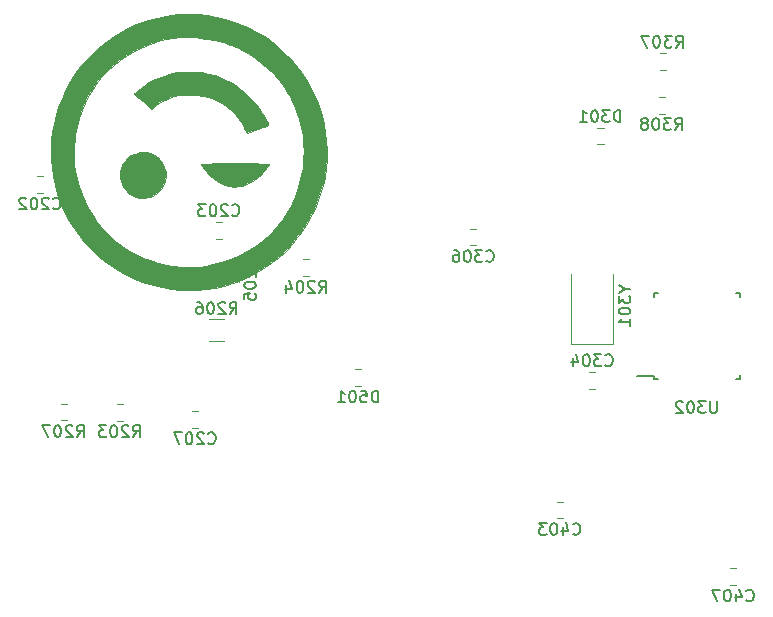
<source format=gbr>
G04 #@! TF.GenerationSoftware,KiCad,Pcbnew,(5.1.6)-1*
G04 #@! TF.CreationDate,2020-10-15T22:30:15-04:00*
G04 #@! TF.ProjectId,electronique_drone,656c6563-7472-46f6-9e69-7175655f6472,3*
G04 #@! TF.SameCoordinates,Original*
G04 #@! TF.FileFunction,Legend,Bot*
G04 #@! TF.FilePolarity,Positive*
%FSLAX46Y46*%
G04 Gerber Fmt 4.6, Leading zero omitted, Abs format (unit mm)*
G04 Created by KiCad (PCBNEW (5.1.6)-1) date 2020-10-15 22:30:15*
%MOMM*%
%LPD*%
G01*
G04 APERTURE LIST*
%ADD10C,0.010000*%
%ADD11C,0.120000*%
%ADD12C,0.150000*%
G04 APERTURE END LIST*
D10*
G36*
X87731350Y-81873688D02*
G01*
X88085396Y-81809874D01*
X88437951Y-81695313D01*
X88789064Y-81529991D01*
X89074895Y-81357237D01*
X89193048Y-81270643D01*
X89333554Y-81154957D01*
X89485998Y-81019906D01*
X89639963Y-80875217D01*
X89785036Y-80730617D01*
X89910802Y-80595834D01*
X89989051Y-80503453D01*
X90060438Y-80411020D01*
X90136385Y-80308262D01*
X90210749Y-80204056D01*
X90277388Y-80107276D01*
X90330157Y-80026798D01*
X90362914Y-79971498D01*
X90370660Y-79952138D01*
X90345789Y-79949411D01*
X90273297Y-79946789D01*
X90156361Y-79944293D01*
X89998158Y-79941947D01*
X89801868Y-79939773D01*
X89570667Y-79937794D01*
X89307735Y-79936032D01*
X89016248Y-79934512D01*
X88699385Y-79933255D01*
X88360323Y-79932285D01*
X88002241Y-79931624D01*
X87628317Y-79931294D01*
X87462360Y-79931260D01*
X87028953Y-79931461D01*
X86623080Y-79932050D01*
X86246910Y-79933012D01*
X85902613Y-79934327D01*
X85592358Y-79935980D01*
X85318315Y-79937952D01*
X85082654Y-79940227D01*
X84887544Y-79942787D01*
X84735155Y-79945614D01*
X84627656Y-79948692D01*
X84567218Y-79952002D01*
X84554060Y-79954533D01*
X84569159Y-79992294D01*
X84610816Y-80061805D01*
X84673572Y-80155379D01*
X84751965Y-80265327D01*
X84840535Y-80383961D01*
X84933821Y-80503592D01*
X85012518Y-80600049D01*
X85295938Y-80906993D01*
X85600862Y-81177138D01*
X85922970Y-81407792D01*
X86257938Y-81596266D01*
X86601445Y-81739867D01*
X86949168Y-81835905D01*
X87018578Y-81849123D01*
X87375761Y-81886767D01*
X87731350Y-81873688D01*
G37*
X87731350Y-81873688D02*
X88085396Y-81809874D01*
X88437951Y-81695313D01*
X88789064Y-81529991D01*
X89074895Y-81357237D01*
X89193048Y-81270643D01*
X89333554Y-81154957D01*
X89485998Y-81019906D01*
X89639963Y-80875217D01*
X89785036Y-80730617D01*
X89910802Y-80595834D01*
X89989051Y-80503453D01*
X90060438Y-80411020D01*
X90136385Y-80308262D01*
X90210749Y-80204056D01*
X90277388Y-80107276D01*
X90330157Y-80026798D01*
X90362914Y-79971498D01*
X90370660Y-79952138D01*
X90345789Y-79949411D01*
X90273297Y-79946789D01*
X90156361Y-79944293D01*
X89998158Y-79941947D01*
X89801868Y-79939773D01*
X89570667Y-79937794D01*
X89307735Y-79936032D01*
X89016248Y-79934512D01*
X88699385Y-79933255D01*
X88360323Y-79932285D01*
X88002241Y-79931624D01*
X87628317Y-79931294D01*
X87462360Y-79931260D01*
X87028953Y-79931461D01*
X86623080Y-79932050D01*
X86246910Y-79933012D01*
X85902613Y-79934327D01*
X85592358Y-79935980D01*
X85318315Y-79937952D01*
X85082654Y-79940227D01*
X84887544Y-79942787D01*
X84735155Y-79945614D01*
X84627656Y-79948692D01*
X84567218Y-79952002D01*
X84554060Y-79954533D01*
X84569159Y-79992294D01*
X84610816Y-80061805D01*
X84673572Y-80155379D01*
X84751965Y-80265327D01*
X84840535Y-80383961D01*
X84933821Y-80503592D01*
X85012518Y-80600049D01*
X85295938Y-80906993D01*
X85600862Y-81177138D01*
X85922970Y-81407792D01*
X86257938Y-81596266D01*
X86601445Y-81739867D01*
X86949168Y-81835905D01*
X87018578Y-81849123D01*
X87375761Y-81886767D01*
X87731350Y-81873688D01*
G36*
X79766578Y-82846966D02*
G01*
X79775003Y-82846641D01*
X80071934Y-82814950D01*
X80343398Y-82742765D01*
X80595300Y-82627452D01*
X80833546Y-82466375D01*
X81038338Y-82282939D01*
X81235398Y-82059400D01*
X81388548Y-81824140D01*
X81504673Y-81566272D01*
X81521446Y-81518760D01*
X81570035Y-81327464D01*
X81599064Y-81107313D01*
X81607658Y-80876688D01*
X81594945Y-80653971D01*
X81569868Y-80498430D01*
X81491328Y-80239381D01*
X81373790Y-79984135D01*
X81225118Y-79746833D01*
X81053172Y-79541618D01*
X81019436Y-79508297D01*
X80785113Y-79318108D01*
X80523812Y-79166742D01*
X80242674Y-79056244D01*
X79948843Y-78988663D01*
X79649462Y-78966043D01*
X79351676Y-78990434D01*
X79267666Y-79006370D01*
X78972404Y-79094930D01*
X78698396Y-79226935D01*
X78449810Y-79398195D01*
X78230811Y-79604519D01*
X78045567Y-79841717D01*
X77898246Y-80105597D01*
X77793013Y-80391971D01*
X77761791Y-80520740D01*
X77723082Y-80828680D01*
X77732811Y-81131066D01*
X77788630Y-81423540D01*
X77888190Y-81701748D01*
X78029145Y-81961332D01*
X78209145Y-82197938D01*
X78425844Y-82407209D01*
X78676892Y-82584790D01*
X78948014Y-82721400D01*
X79133224Y-82786996D01*
X79321603Y-82828308D01*
X79527829Y-82847557D01*
X79766578Y-82846966D01*
G37*
X79766578Y-82846966D02*
X79775003Y-82846641D01*
X80071934Y-82814950D01*
X80343398Y-82742765D01*
X80595300Y-82627452D01*
X80833546Y-82466375D01*
X81038338Y-82282939D01*
X81235398Y-82059400D01*
X81388548Y-81824140D01*
X81504673Y-81566272D01*
X81521446Y-81518760D01*
X81570035Y-81327464D01*
X81599064Y-81107313D01*
X81607658Y-80876688D01*
X81594945Y-80653971D01*
X81569868Y-80498430D01*
X81491328Y-80239381D01*
X81373790Y-79984135D01*
X81225118Y-79746833D01*
X81053172Y-79541618D01*
X81019436Y-79508297D01*
X80785113Y-79318108D01*
X80523812Y-79166742D01*
X80242674Y-79056244D01*
X79948843Y-78988663D01*
X79649462Y-78966043D01*
X79351676Y-78990434D01*
X79267666Y-79006370D01*
X78972404Y-79094930D01*
X78698396Y-79226935D01*
X78449810Y-79398195D01*
X78230811Y-79604519D01*
X78045567Y-79841717D01*
X77898246Y-80105597D01*
X77793013Y-80391971D01*
X77761791Y-80520740D01*
X77723082Y-80828680D01*
X77732811Y-81131066D01*
X77788630Y-81423540D01*
X77888190Y-81701748D01*
X78029145Y-81961332D01*
X78209145Y-82197938D01*
X78425844Y-82407209D01*
X78676892Y-82584790D01*
X78948014Y-82721400D01*
X79133224Y-82786996D01*
X79321603Y-82828308D01*
X79527829Y-82847557D01*
X79766578Y-82846966D01*
G36*
X89390691Y-77027540D02*
G01*
X89592602Y-76953042D01*
X89779548Y-76883504D01*
X89946144Y-76820971D01*
X90087003Y-76767491D01*
X90196738Y-76725109D01*
X90269964Y-76695872D01*
X90301294Y-76681825D01*
X90301840Y-76681408D01*
X90301255Y-76649360D01*
X90276597Y-76580581D01*
X90231233Y-76481095D01*
X90168525Y-76356925D01*
X90091838Y-76214096D01*
X90004538Y-76058630D01*
X89909988Y-75896550D01*
X89811552Y-75733881D01*
X89712597Y-75576645D01*
X89616485Y-75430867D01*
X89549138Y-75333860D01*
X89160038Y-74827588D01*
X88744849Y-74362527D01*
X88304949Y-73939504D01*
X87841715Y-73559346D01*
X87356525Y-73222879D01*
X86850757Y-72930929D01*
X86325788Y-72684323D01*
X85782997Y-72483888D01*
X85223761Y-72330450D01*
X84649458Y-72224835D01*
X84300060Y-72184929D01*
X84196073Y-72178021D01*
X84059145Y-72172291D01*
X83898968Y-72167809D01*
X83725235Y-72164648D01*
X83547637Y-72162879D01*
X83375867Y-72162575D01*
X83219617Y-72163806D01*
X83088579Y-72166646D01*
X82992445Y-72171165D01*
X82953860Y-72174951D01*
X82900343Y-72182091D01*
X82812153Y-72193253D01*
X82705056Y-72206454D01*
X82661760Y-72211704D01*
X82174130Y-72293814D01*
X81680027Y-72421837D01*
X81186669Y-72592763D01*
X80701271Y-72803586D01*
X80231050Y-73051295D01*
X79783221Y-73332884D01*
X79524860Y-73519445D01*
X79414862Y-73605575D01*
X79302814Y-73697503D01*
X79195247Y-73789363D01*
X79098693Y-73875291D01*
X79019683Y-73949420D01*
X78964749Y-74005887D01*
X78940422Y-74038825D01*
X78940660Y-74044043D01*
X78962011Y-74062740D01*
X79017324Y-74111146D01*
X79102325Y-74185524D01*
X79212743Y-74282136D01*
X79344303Y-74397243D01*
X79492734Y-74527106D01*
X79653762Y-74667987D01*
X79672197Y-74684115D01*
X80391034Y-75313004D01*
X80510622Y-75201143D01*
X80812533Y-74951148D01*
X81152835Y-74727958D01*
X81525130Y-74534408D01*
X81923020Y-74373331D01*
X82340106Y-74247563D01*
X82769991Y-74159939D01*
X82903060Y-74141189D01*
X83035596Y-74129179D01*
X83205898Y-74120730D01*
X83401058Y-74115854D01*
X83608167Y-74114567D01*
X83814313Y-74116884D01*
X84006589Y-74122817D01*
X84172085Y-74132382D01*
X84251605Y-74139697D01*
X84745043Y-74217695D01*
X85227283Y-74340250D01*
X85691605Y-74505120D01*
X86131291Y-74710062D01*
X86377202Y-74849334D01*
X86754738Y-75106006D01*
X87116302Y-75405597D01*
X87455678Y-75741172D01*
X87766649Y-76105794D01*
X88042999Y-76492530D01*
X88278511Y-76894442D01*
X88363319Y-77065180D01*
X88499623Y-77355023D01*
X89390691Y-77027540D01*
G37*
X89390691Y-77027540D02*
X89592602Y-76953042D01*
X89779548Y-76883504D01*
X89946144Y-76820971D01*
X90087003Y-76767491D01*
X90196738Y-76725109D01*
X90269964Y-76695872D01*
X90301294Y-76681825D01*
X90301840Y-76681408D01*
X90301255Y-76649360D01*
X90276597Y-76580581D01*
X90231233Y-76481095D01*
X90168525Y-76356925D01*
X90091838Y-76214096D01*
X90004538Y-76058630D01*
X89909988Y-75896550D01*
X89811552Y-75733881D01*
X89712597Y-75576645D01*
X89616485Y-75430867D01*
X89549138Y-75333860D01*
X89160038Y-74827588D01*
X88744849Y-74362527D01*
X88304949Y-73939504D01*
X87841715Y-73559346D01*
X87356525Y-73222879D01*
X86850757Y-72930929D01*
X86325788Y-72684323D01*
X85782997Y-72483888D01*
X85223761Y-72330450D01*
X84649458Y-72224835D01*
X84300060Y-72184929D01*
X84196073Y-72178021D01*
X84059145Y-72172291D01*
X83898968Y-72167809D01*
X83725235Y-72164648D01*
X83547637Y-72162879D01*
X83375867Y-72162575D01*
X83219617Y-72163806D01*
X83088579Y-72166646D01*
X82992445Y-72171165D01*
X82953860Y-72174951D01*
X82900343Y-72182091D01*
X82812153Y-72193253D01*
X82705056Y-72206454D01*
X82661760Y-72211704D01*
X82174130Y-72293814D01*
X81680027Y-72421837D01*
X81186669Y-72592763D01*
X80701271Y-72803586D01*
X80231050Y-73051295D01*
X79783221Y-73332884D01*
X79524860Y-73519445D01*
X79414862Y-73605575D01*
X79302814Y-73697503D01*
X79195247Y-73789363D01*
X79098693Y-73875291D01*
X79019683Y-73949420D01*
X78964749Y-74005887D01*
X78940422Y-74038825D01*
X78940660Y-74044043D01*
X78962011Y-74062740D01*
X79017324Y-74111146D01*
X79102325Y-74185524D01*
X79212743Y-74282136D01*
X79344303Y-74397243D01*
X79492734Y-74527106D01*
X79653762Y-74667987D01*
X79672197Y-74684115D01*
X80391034Y-75313004D01*
X80510622Y-75201143D01*
X80812533Y-74951148D01*
X81152835Y-74727958D01*
X81525130Y-74534408D01*
X81923020Y-74373331D01*
X82340106Y-74247563D01*
X82769991Y-74159939D01*
X82903060Y-74141189D01*
X83035596Y-74129179D01*
X83205898Y-74120730D01*
X83401058Y-74115854D01*
X83608167Y-74114567D01*
X83814313Y-74116884D01*
X84006589Y-74122817D01*
X84172085Y-74132382D01*
X84251605Y-74139697D01*
X84745043Y-74217695D01*
X85227283Y-74340250D01*
X85691605Y-74505120D01*
X86131291Y-74710062D01*
X86377202Y-74849334D01*
X86754738Y-75106006D01*
X87116302Y-75405597D01*
X87455678Y-75741172D01*
X87766649Y-76105794D01*
X88042999Y-76492530D01*
X88278511Y-76894442D01*
X88363319Y-77065180D01*
X88499623Y-77355023D01*
X89390691Y-77027540D01*
G36*
X84284061Y-90630674D02*
G01*
X85032883Y-90560487D01*
X85778899Y-90441611D01*
X86519782Y-90273664D01*
X87253202Y-90056267D01*
X87268376Y-90051213D01*
X87981164Y-89786734D01*
X88673861Y-89476613D01*
X89344127Y-89122628D01*
X89989625Y-88726558D01*
X90608016Y-88290182D01*
X91196963Y-87815278D01*
X91754127Y-87303625D01*
X92277170Y-86757001D01*
X92763754Y-86177186D01*
X93211541Y-85565957D01*
X93261406Y-85492299D01*
X93491600Y-85132357D01*
X93720272Y-84742636D01*
X93940182Y-84336905D01*
X94144088Y-83928936D01*
X94324749Y-83532500D01*
X94442608Y-83245960D01*
X94697993Y-82521438D01*
X94904723Y-81786551D01*
X95062902Y-81043703D01*
X95172638Y-80295296D01*
X95234036Y-79543736D01*
X95247202Y-78791425D01*
X95212242Y-78040768D01*
X95129262Y-77294167D01*
X94998369Y-76554026D01*
X94819667Y-75822750D01*
X94593263Y-75102741D01*
X94319263Y-74396403D01*
X94024410Y-73759060D01*
X93748050Y-73233184D01*
X93462922Y-72746022D01*
X93162035Y-72287899D01*
X92838395Y-71849141D01*
X92485011Y-71420074D01*
X92094890Y-70991023D01*
X91820126Y-70709394D01*
X91385945Y-70291830D01*
X90957995Y-69915518D01*
X90526602Y-69573468D01*
X90082093Y-69258686D01*
X89614792Y-68964179D01*
X89115025Y-68682956D01*
X88770460Y-68505110D01*
X88076036Y-68185502D01*
X87367144Y-67914212D01*
X86642807Y-67690972D01*
X85902053Y-67515516D01*
X85143904Y-67387575D01*
X84414360Y-67310385D01*
X84257477Y-67301432D01*
X84061886Y-67294981D01*
X83839620Y-67291041D01*
X83602709Y-67289620D01*
X83363186Y-67290727D01*
X83133080Y-67294370D01*
X82924425Y-67300557D01*
X82750660Y-67309207D01*
X82013866Y-67381943D01*
X81279810Y-67504051D01*
X80552300Y-67674112D01*
X79835145Y-67890711D01*
X79132151Y-68152429D01*
X78447129Y-68457850D01*
X77783886Y-68805555D01*
X77146231Y-69194129D01*
X76540360Y-69620350D01*
X76119620Y-69955603D01*
X75696997Y-70326047D01*
X75286519Y-70718633D01*
X74902216Y-71120309D01*
X74773732Y-71263765D01*
X74289956Y-71851982D01*
X73848955Y-72466022D01*
X73451183Y-73103601D01*
X73097098Y-73762437D01*
X72787157Y-74440247D01*
X72521814Y-75134748D01*
X72301528Y-75843659D01*
X72126754Y-76564695D01*
X71997948Y-77295575D01*
X71915567Y-78034016D01*
X71880068Y-78777736D01*
X71886355Y-79174329D01*
X73835104Y-79174329D01*
X73844760Y-78479077D01*
X73903058Y-77780469D01*
X73950881Y-77429440D01*
X74081321Y-76747082D01*
X74259285Y-76079989D01*
X74483275Y-75430400D01*
X74751795Y-74800550D01*
X75063347Y-74192676D01*
X75416432Y-73609017D01*
X75809552Y-73051807D01*
X76241211Y-72523285D01*
X76709910Y-72025687D01*
X77214152Y-71561250D01*
X77752438Y-71132210D01*
X78323272Y-70740805D01*
X78504524Y-70628716D01*
X79075709Y-70311790D01*
X79675619Y-70031423D01*
X80297305Y-69789862D01*
X80933814Y-69589357D01*
X81578196Y-69432156D01*
X82223500Y-69320508D01*
X82712560Y-69267321D01*
X82935145Y-69253941D01*
X83193349Y-69245732D01*
X83472260Y-69242625D01*
X83756967Y-69244548D01*
X84032560Y-69251432D01*
X84284128Y-69263204D01*
X84452460Y-69275589D01*
X85124017Y-69357697D01*
X85778493Y-69483225D01*
X86424346Y-69654164D01*
X87070037Y-69872506D01*
X87202647Y-69923106D01*
X87364506Y-69990337D01*
X87558355Y-70077754D01*
X87772541Y-70179545D01*
X87995411Y-70289900D01*
X88215310Y-70403008D01*
X88420585Y-70513058D01*
X88599582Y-70614239D01*
X88656160Y-70647868D01*
X89191561Y-70999326D01*
X89710309Y-71394957D01*
X90207048Y-71829407D01*
X90676423Y-72297322D01*
X91113080Y-72793347D01*
X91511663Y-73312128D01*
X91866817Y-73848311D01*
X91882055Y-73873360D01*
X91982743Y-74047704D01*
X92095092Y-74256075D01*
X92213447Y-74486813D01*
X92332153Y-74728259D01*
X92445554Y-74968751D01*
X92547994Y-75196631D01*
X92633819Y-75400237D01*
X92678658Y-75515775D01*
X92897669Y-76179193D01*
X93068419Y-76852879D01*
X93191168Y-77534002D01*
X93266174Y-78219732D01*
X93293696Y-78907240D01*
X93273992Y-79593696D01*
X93207321Y-80276269D01*
X93093942Y-80952130D01*
X92934113Y-81618448D01*
X92728094Y-82272394D01*
X92476142Y-82911138D01*
X92178517Y-83531850D01*
X91900804Y-84024996D01*
X91521447Y-84605396D01*
X91103749Y-85153737D01*
X90649954Y-85668519D01*
X90162302Y-86148241D01*
X89643036Y-86591401D01*
X89094397Y-86996499D01*
X88518629Y-87362032D01*
X87917973Y-87686500D01*
X87294670Y-87968401D01*
X86650964Y-88206234D01*
X85989096Y-88398499D01*
X85311307Y-88543693D01*
X85100080Y-88578639D01*
X84393624Y-88662573D01*
X83690634Y-88696857D01*
X82993248Y-88682171D01*
X82303603Y-88619196D01*
X81623839Y-88508611D01*
X80956092Y-88351097D01*
X80302500Y-88147333D01*
X79665203Y-87898001D01*
X79046337Y-87603780D01*
X78448040Y-87265350D01*
X77872452Y-86883392D01*
X77321709Y-86458585D01*
X76797949Y-85991611D01*
X76714591Y-85910868D01*
X76241037Y-85411699D01*
X75807482Y-84882647D01*
X75414712Y-84326123D01*
X75063512Y-83744539D01*
X74754670Y-83140306D01*
X74488969Y-82515836D01*
X74267197Y-81873540D01*
X74090138Y-81215830D01*
X73958579Y-80545117D01*
X73873306Y-79863813D01*
X73835104Y-79174329D01*
X71886355Y-79174329D01*
X71891907Y-79524451D01*
X71951539Y-80271879D01*
X72059422Y-81017738D01*
X72216012Y-81759744D01*
X72421766Y-82495616D01*
X72487541Y-82698135D01*
X72752119Y-83408933D01*
X73062735Y-84099987D01*
X73417705Y-84768962D01*
X73815342Y-85413520D01*
X74253961Y-86031325D01*
X74731875Y-86620041D01*
X75247400Y-87177331D01*
X75798849Y-87700859D01*
X76384536Y-88188287D01*
X76527660Y-88297870D01*
X77153693Y-88738192D01*
X77802529Y-89134004D01*
X78471841Y-89484927D01*
X79159299Y-89790580D01*
X79862576Y-90050583D01*
X80579344Y-90264556D01*
X81307274Y-90432119D01*
X82044039Y-90552893D01*
X82787311Y-90626497D01*
X83534761Y-90652549D01*
X84284061Y-90630674D01*
G37*
X84284061Y-90630674D02*
X85032883Y-90560487D01*
X85778899Y-90441611D01*
X86519782Y-90273664D01*
X87253202Y-90056267D01*
X87268376Y-90051213D01*
X87981164Y-89786734D01*
X88673861Y-89476613D01*
X89344127Y-89122628D01*
X89989625Y-88726558D01*
X90608016Y-88290182D01*
X91196963Y-87815278D01*
X91754127Y-87303625D01*
X92277170Y-86757001D01*
X92763754Y-86177186D01*
X93211541Y-85565957D01*
X93261406Y-85492299D01*
X93491600Y-85132357D01*
X93720272Y-84742636D01*
X93940182Y-84336905D01*
X94144088Y-83928936D01*
X94324749Y-83532500D01*
X94442608Y-83245960D01*
X94697993Y-82521438D01*
X94904723Y-81786551D01*
X95062902Y-81043703D01*
X95172638Y-80295296D01*
X95234036Y-79543736D01*
X95247202Y-78791425D01*
X95212242Y-78040768D01*
X95129262Y-77294167D01*
X94998369Y-76554026D01*
X94819667Y-75822750D01*
X94593263Y-75102741D01*
X94319263Y-74396403D01*
X94024410Y-73759060D01*
X93748050Y-73233184D01*
X93462922Y-72746022D01*
X93162035Y-72287899D01*
X92838395Y-71849141D01*
X92485011Y-71420074D01*
X92094890Y-70991023D01*
X91820126Y-70709394D01*
X91385945Y-70291830D01*
X90957995Y-69915518D01*
X90526602Y-69573468D01*
X90082093Y-69258686D01*
X89614792Y-68964179D01*
X89115025Y-68682956D01*
X88770460Y-68505110D01*
X88076036Y-68185502D01*
X87367144Y-67914212D01*
X86642807Y-67690972D01*
X85902053Y-67515516D01*
X85143904Y-67387575D01*
X84414360Y-67310385D01*
X84257477Y-67301432D01*
X84061886Y-67294981D01*
X83839620Y-67291041D01*
X83602709Y-67289620D01*
X83363186Y-67290727D01*
X83133080Y-67294370D01*
X82924425Y-67300557D01*
X82750660Y-67309207D01*
X82013866Y-67381943D01*
X81279810Y-67504051D01*
X80552300Y-67674112D01*
X79835145Y-67890711D01*
X79132151Y-68152429D01*
X78447129Y-68457850D01*
X77783886Y-68805555D01*
X77146231Y-69194129D01*
X76540360Y-69620350D01*
X76119620Y-69955603D01*
X75696997Y-70326047D01*
X75286519Y-70718633D01*
X74902216Y-71120309D01*
X74773732Y-71263765D01*
X74289956Y-71851982D01*
X73848955Y-72466022D01*
X73451183Y-73103601D01*
X73097098Y-73762437D01*
X72787157Y-74440247D01*
X72521814Y-75134748D01*
X72301528Y-75843659D01*
X72126754Y-76564695D01*
X71997948Y-77295575D01*
X71915567Y-78034016D01*
X71880068Y-78777736D01*
X71886355Y-79174329D01*
X73835104Y-79174329D01*
X73844760Y-78479077D01*
X73903058Y-77780469D01*
X73950881Y-77429440D01*
X74081321Y-76747082D01*
X74259285Y-76079989D01*
X74483275Y-75430400D01*
X74751795Y-74800550D01*
X75063347Y-74192676D01*
X75416432Y-73609017D01*
X75809552Y-73051807D01*
X76241211Y-72523285D01*
X76709910Y-72025687D01*
X77214152Y-71561250D01*
X77752438Y-71132210D01*
X78323272Y-70740805D01*
X78504524Y-70628716D01*
X79075709Y-70311790D01*
X79675619Y-70031423D01*
X80297305Y-69789862D01*
X80933814Y-69589357D01*
X81578196Y-69432156D01*
X82223500Y-69320508D01*
X82712560Y-69267321D01*
X82935145Y-69253941D01*
X83193349Y-69245732D01*
X83472260Y-69242625D01*
X83756967Y-69244548D01*
X84032560Y-69251432D01*
X84284128Y-69263204D01*
X84452460Y-69275589D01*
X85124017Y-69357697D01*
X85778493Y-69483225D01*
X86424346Y-69654164D01*
X87070037Y-69872506D01*
X87202647Y-69923106D01*
X87364506Y-69990337D01*
X87558355Y-70077754D01*
X87772541Y-70179545D01*
X87995411Y-70289900D01*
X88215310Y-70403008D01*
X88420585Y-70513058D01*
X88599582Y-70614239D01*
X88656160Y-70647868D01*
X89191561Y-70999326D01*
X89710309Y-71394957D01*
X90207048Y-71829407D01*
X90676423Y-72297322D01*
X91113080Y-72793347D01*
X91511663Y-73312128D01*
X91866817Y-73848311D01*
X91882055Y-73873360D01*
X91982743Y-74047704D01*
X92095092Y-74256075D01*
X92213447Y-74486813D01*
X92332153Y-74728259D01*
X92445554Y-74968751D01*
X92547994Y-75196631D01*
X92633819Y-75400237D01*
X92678658Y-75515775D01*
X92897669Y-76179193D01*
X93068419Y-76852879D01*
X93191168Y-77534002D01*
X93266174Y-78219732D01*
X93293696Y-78907240D01*
X93273992Y-79593696D01*
X93207321Y-80276269D01*
X93093942Y-80952130D01*
X92934113Y-81618448D01*
X92728094Y-82272394D01*
X92476142Y-82911138D01*
X92178517Y-83531850D01*
X91900804Y-84024996D01*
X91521447Y-84605396D01*
X91103749Y-85153737D01*
X90649954Y-85668519D01*
X90162302Y-86148241D01*
X89643036Y-86591401D01*
X89094397Y-86996499D01*
X88518629Y-87362032D01*
X87917973Y-87686500D01*
X87294670Y-87968401D01*
X86650964Y-88206234D01*
X85989096Y-88398499D01*
X85311307Y-88543693D01*
X85100080Y-88578639D01*
X84393624Y-88662573D01*
X83690634Y-88696857D01*
X82993248Y-88682171D01*
X82303603Y-88619196D01*
X81623839Y-88508611D01*
X80956092Y-88351097D01*
X80302500Y-88147333D01*
X79665203Y-87898001D01*
X79046337Y-87603780D01*
X78448040Y-87265350D01*
X77872452Y-86883392D01*
X77321709Y-86458585D01*
X76797949Y-85991611D01*
X76714591Y-85910868D01*
X76241037Y-85411699D01*
X75807482Y-84882647D01*
X75414712Y-84326123D01*
X75063512Y-83744539D01*
X74754670Y-83140306D01*
X74488969Y-82515836D01*
X74267197Y-81873540D01*
X74090138Y-81215830D01*
X73958579Y-80545117D01*
X73873306Y-79863813D01*
X73835104Y-79174329D01*
X71886355Y-79174329D01*
X71891907Y-79524451D01*
X71951539Y-80271879D01*
X72059422Y-81017738D01*
X72216012Y-81759744D01*
X72421766Y-82495616D01*
X72487541Y-82698135D01*
X72752119Y-83408933D01*
X73062735Y-84099987D01*
X73417705Y-84768962D01*
X73815342Y-85413520D01*
X74253961Y-86031325D01*
X74731875Y-86620041D01*
X75247400Y-87177331D01*
X75798849Y-87700859D01*
X76384536Y-88188287D01*
X76527660Y-88297870D01*
X77153693Y-88738192D01*
X77802529Y-89134004D01*
X78471841Y-89484927D01*
X79159299Y-89790580D01*
X79862576Y-90050583D01*
X80579344Y-90264556D01*
X81307274Y-90432119D01*
X82044039Y-90552893D01*
X82787311Y-90626497D01*
X83534761Y-90652549D01*
X84284061Y-90630674D01*
D11*
X70691242Y-82429420D02*
X71208398Y-82429420D01*
X70691242Y-81009420D02*
X71208398Y-81009420D01*
X86362038Y-86297840D02*
X85844882Y-86297840D01*
X86362038Y-84877840D02*
X85844882Y-84877840D01*
X83828122Y-102310000D02*
X84345278Y-102310000D01*
X83828122Y-100890000D02*
X84345278Y-100890000D01*
X117972338Y-98997840D02*
X117455182Y-98997840D01*
X117972338Y-97577840D02*
X117455182Y-97577840D01*
X107885758Y-86864260D02*
X107368602Y-86864260D01*
X107885758Y-85444260D02*
X107368602Y-85444260D01*
X114711742Y-109978260D02*
X115228898Y-109978260D01*
X114711742Y-108558260D02*
X115228898Y-108558260D01*
X129395962Y-115619600D02*
X129913118Y-115619600D01*
X129395962Y-114199600D02*
X129913118Y-114199600D01*
X118680998Y-78322240D02*
X118163842Y-78322240D01*
X118680998Y-76902240D02*
X118163842Y-76902240D01*
X97655882Y-97354320D02*
X98173038Y-97354320D01*
X97655882Y-98774320D02*
X98173038Y-98774320D01*
X77447642Y-101708020D02*
X77964798Y-101708020D01*
X77447642Y-100288020D02*
X77964798Y-100288020D01*
X93210882Y-88057920D02*
X93728038Y-88057920D01*
X93210882Y-89477920D02*
X93728038Y-89477920D01*
X87839620Y-90001858D02*
X87839620Y-89484702D01*
X86419620Y-90001858D02*
X86419620Y-89484702D01*
X86512484Y-93128420D02*
X85308356Y-93128420D01*
X86512484Y-94948420D02*
X85308356Y-94948420D01*
X72703162Y-100275320D02*
X73220318Y-100275320D01*
X72703162Y-101695320D02*
X73220318Y-101695320D01*
X123933718Y-70613200D02*
X123416562Y-70613200D01*
X123933718Y-72033200D02*
X123416562Y-72033200D01*
X123347742Y-74286040D02*
X123864898Y-74286040D01*
X123347742Y-75706040D02*
X123864898Y-75706040D01*
D12*
X122940660Y-98173960D02*
X122940660Y-97948960D01*
X130190660Y-98173960D02*
X130190660Y-97848960D01*
X130190660Y-90923960D02*
X130190660Y-91248960D01*
X122940660Y-90923960D02*
X122940660Y-91248960D01*
X122940660Y-98173960D02*
X123265660Y-98173960D01*
X122940660Y-90923960D02*
X123265660Y-90923960D01*
X130190660Y-90923960D02*
X129865660Y-90923960D01*
X130190660Y-98173960D02*
X129865660Y-98173960D01*
X122940660Y-97948960D02*
X121515660Y-97948960D01*
D11*
X119501060Y-89288640D02*
X119501060Y-95188640D01*
X119501060Y-95188640D02*
X115901060Y-95188640D01*
X115901060Y-95188640D02*
X115901060Y-89288640D01*
D12*
X72068867Y-83726562D02*
X72116486Y-83774181D01*
X72259343Y-83821800D01*
X72354581Y-83821800D01*
X72497439Y-83774181D01*
X72592677Y-83678943D01*
X72640296Y-83583705D01*
X72687915Y-83393229D01*
X72687915Y-83250372D01*
X72640296Y-83059896D01*
X72592677Y-82964658D01*
X72497439Y-82869420D01*
X72354581Y-82821800D01*
X72259343Y-82821800D01*
X72116486Y-82869420D01*
X72068867Y-82917039D01*
X71687915Y-82917039D02*
X71640296Y-82869420D01*
X71545058Y-82821800D01*
X71306962Y-82821800D01*
X71211724Y-82869420D01*
X71164105Y-82917039D01*
X71116486Y-83012277D01*
X71116486Y-83107515D01*
X71164105Y-83250372D01*
X71735534Y-83821800D01*
X71116486Y-83821800D01*
X70497439Y-82821800D02*
X70402200Y-82821800D01*
X70306962Y-82869420D01*
X70259343Y-82917039D01*
X70211724Y-83012277D01*
X70164105Y-83202753D01*
X70164105Y-83440848D01*
X70211724Y-83631324D01*
X70259343Y-83726562D01*
X70306962Y-83774181D01*
X70402200Y-83821800D01*
X70497439Y-83821800D01*
X70592677Y-83774181D01*
X70640296Y-83726562D01*
X70687915Y-83631324D01*
X70735534Y-83440848D01*
X70735534Y-83202753D01*
X70687915Y-83012277D01*
X70640296Y-82917039D01*
X70592677Y-82869420D01*
X70497439Y-82821800D01*
X69783153Y-82917039D02*
X69735534Y-82869420D01*
X69640296Y-82821800D01*
X69402200Y-82821800D01*
X69306962Y-82869420D01*
X69259343Y-82917039D01*
X69211724Y-83012277D01*
X69211724Y-83107515D01*
X69259343Y-83250372D01*
X69830772Y-83821800D01*
X69211724Y-83821800D01*
X87222507Y-84294982D02*
X87270126Y-84342601D01*
X87412983Y-84390220D01*
X87508221Y-84390220D01*
X87651079Y-84342601D01*
X87746317Y-84247363D01*
X87793936Y-84152125D01*
X87841555Y-83961649D01*
X87841555Y-83818792D01*
X87793936Y-83628316D01*
X87746317Y-83533078D01*
X87651079Y-83437840D01*
X87508221Y-83390220D01*
X87412983Y-83390220D01*
X87270126Y-83437840D01*
X87222507Y-83485459D01*
X86841555Y-83485459D02*
X86793936Y-83437840D01*
X86698698Y-83390220D01*
X86460602Y-83390220D01*
X86365364Y-83437840D01*
X86317745Y-83485459D01*
X86270126Y-83580697D01*
X86270126Y-83675935D01*
X86317745Y-83818792D01*
X86889174Y-84390220D01*
X86270126Y-84390220D01*
X85651079Y-83390220D02*
X85555840Y-83390220D01*
X85460602Y-83437840D01*
X85412983Y-83485459D01*
X85365364Y-83580697D01*
X85317745Y-83771173D01*
X85317745Y-84009268D01*
X85365364Y-84199744D01*
X85412983Y-84294982D01*
X85460602Y-84342601D01*
X85555840Y-84390220D01*
X85651079Y-84390220D01*
X85746317Y-84342601D01*
X85793936Y-84294982D01*
X85841555Y-84199744D01*
X85889174Y-84009268D01*
X85889174Y-83771173D01*
X85841555Y-83580697D01*
X85793936Y-83485459D01*
X85746317Y-83437840D01*
X85651079Y-83390220D01*
X84984412Y-83390220D02*
X84365364Y-83390220D01*
X84698698Y-83771173D01*
X84555840Y-83771173D01*
X84460602Y-83818792D01*
X84412983Y-83866411D01*
X84365364Y-83961649D01*
X84365364Y-84199744D01*
X84412983Y-84294982D01*
X84460602Y-84342601D01*
X84555840Y-84390220D01*
X84841555Y-84390220D01*
X84936793Y-84342601D01*
X84984412Y-84294982D01*
X85205747Y-103607142D02*
X85253366Y-103654761D01*
X85396223Y-103702380D01*
X85491461Y-103702380D01*
X85634319Y-103654761D01*
X85729557Y-103559523D01*
X85777176Y-103464285D01*
X85824795Y-103273809D01*
X85824795Y-103130952D01*
X85777176Y-102940476D01*
X85729557Y-102845238D01*
X85634319Y-102750000D01*
X85491461Y-102702380D01*
X85396223Y-102702380D01*
X85253366Y-102750000D01*
X85205747Y-102797619D01*
X84824795Y-102797619D02*
X84777176Y-102750000D01*
X84681938Y-102702380D01*
X84443842Y-102702380D01*
X84348604Y-102750000D01*
X84300985Y-102797619D01*
X84253366Y-102892857D01*
X84253366Y-102988095D01*
X84300985Y-103130952D01*
X84872414Y-103702380D01*
X84253366Y-103702380D01*
X83634319Y-102702380D02*
X83539080Y-102702380D01*
X83443842Y-102750000D01*
X83396223Y-102797619D01*
X83348604Y-102892857D01*
X83300985Y-103083333D01*
X83300985Y-103321428D01*
X83348604Y-103511904D01*
X83396223Y-103607142D01*
X83443842Y-103654761D01*
X83539080Y-103702380D01*
X83634319Y-103702380D01*
X83729557Y-103654761D01*
X83777176Y-103607142D01*
X83824795Y-103511904D01*
X83872414Y-103321428D01*
X83872414Y-103083333D01*
X83824795Y-102892857D01*
X83777176Y-102797619D01*
X83729557Y-102750000D01*
X83634319Y-102702380D01*
X82967652Y-102702380D02*
X82300985Y-102702380D01*
X82729557Y-103702380D01*
X118832807Y-96994982D02*
X118880426Y-97042601D01*
X119023283Y-97090220D01*
X119118521Y-97090220D01*
X119261379Y-97042601D01*
X119356617Y-96947363D01*
X119404236Y-96852125D01*
X119451855Y-96661649D01*
X119451855Y-96518792D01*
X119404236Y-96328316D01*
X119356617Y-96233078D01*
X119261379Y-96137840D01*
X119118521Y-96090220D01*
X119023283Y-96090220D01*
X118880426Y-96137840D01*
X118832807Y-96185459D01*
X118499474Y-96090220D02*
X117880426Y-96090220D01*
X118213760Y-96471173D01*
X118070902Y-96471173D01*
X117975664Y-96518792D01*
X117928045Y-96566411D01*
X117880426Y-96661649D01*
X117880426Y-96899744D01*
X117928045Y-96994982D01*
X117975664Y-97042601D01*
X118070902Y-97090220D01*
X118356617Y-97090220D01*
X118451855Y-97042601D01*
X118499474Y-96994982D01*
X117261379Y-96090220D02*
X117166140Y-96090220D01*
X117070902Y-96137840D01*
X117023283Y-96185459D01*
X116975664Y-96280697D01*
X116928045Y-96471173D01*
X116928045Y-96709268D01*
X116975664Y-96899744D01*
X117023283Y-96994982D01*
X117070902Y-97042601D01*
X117166140Y-97090220D01*
X117261379Y-97090220D01*
X117356617Y-97042601D01*
X117404236Y-96994982D01*
X117451855Y-96899744D01*
X117499474Y-96709268D01*
X117499474Y-96471173D01*
X117451855Y-96280697D01*
X117404236Y-96185459D01*
X117356617Y-96137840D01*
X117261379Y-96090220D01*
X116070902Y-96423554D02*
X116070902Y-97090220D01*
X116308998Y-96042601D02*
X116547093Y-96756887D01*
X115928045Y-96756887D01*
X108761467Y-88185262D02*
X108809086Y-88232881D01*
X108951943Y-88280500D01*
X109047181Y-88280500D01*
X109190039Y-88232881D01*
X109285277Y-88137643D01*
X109332896Y-88042405D01*
X109380515Y-87851929D01*
X109380515Y-87709072D01*
X109332896Y-87518596D01*
X109285277Y-87423358D01*
X109190039Y-87328120D01*
X109047181Y-87280500D01*
X108951943Y-87280500D01*
X108809086Y-87328120D01*
X108761467Y-87375739D01*
X108428134Y-87280500D02*
X107809086Y-87280500D01*
X108142420Y-87661453D01*
X107999562Y-87661453D01*
X107904324Y-87709072D01*
X107856705Y-87756691D01*
X107809086Y-87851929D01*
X107809086Y-88090024D01*
X107856705Y-88185262D01*
X107904324Y-88232881D01*
X107999562Y-88280500D01*
X108285277Y-88280500D01*
X108380515Y-88232881D01*
X108428134Y-88185262D01*
X107190039Y-87280500D02*
X107094800Y-87280500D01*
X106999562Y-87328120D01*
X106951943Y-87375739D01*
X106904324Y-87470977D01*
X106856705Y-87661453D01*
X106856705Y-87899548D01*
X106904324Y-88090024D01*
X106951943Y-88185262D01*
X106999562Y-88232881D01*
X107094800Y-88280500D01*
X107190039Y-88280500D01*
X107285277Y-88232881D01*
X107332896Y-88185262D01*
X107380515Y-88090024D01*
X107428134Y-87899548D01*
X107428134Y-87661453D01*
X107380515Y-87470977D01*
X107332896Y-87375739D01*
X107285277Y-87328120D01*
X107190039Y-87280500D01*
X105999562Y-87280500D02*
X106190039Y-87280500D01*
X106285277Y-87328120D01*
X106332896Y-87375739D01*
X106428134Y-87518596D01*
X106475753Y-87709072D01*
X106475753Y-88090024D01*
X106428134Y-88185262D01*
X106380515Y-88232881D01*
X106285277Y-88280500D01*
X106094800Y-88280500D01*
X105999562Y-88232881D01*
X105951943Y-88185262D01*
X105904324Y-88090024D01*
X105904324Y-87851929D01*
X105951943Y-87756691D01*
X105999562Y-87709072D01*
X106094800Y-87661453D01*
X106285277Y-87661453D01*
X106380515Y-87709072D01*
X106428134Y-87756691D01*
X106475753Y-87851929D01*
X116089367Y-111275402D02*
X116136986Y-111323021D01*
X116279843Y-111370640D01*
X116375081Y-111370640D01*
X116517939Y-111323021D01*
X116613177Y-111227783D01*
X116660796Y-111132545D01*
X116708415Y-110942069D01*
X116708415Y-110799212D01*
X116660796Y-110608736D01*
X116613177Y-110513498D01*
X116517939Y-110418260D01*
X116375081Y-110370640D01*
X116279843Y-110370640D01*
X116136986Y-110418260D01*
X116089367Y-110465879D01*
X115232224Y-110703974D02*
X115232224Y-111370640D01*
X115470320Y-110323021D02*
X115708415Y-111037307D01*
X115089367Y-111037307D01*
X114517939Y-110370640D02*
X114422700Y-110370640D01*
X114327462Y-110418260D01*
X114279843Y-110465879D01*
X114232224Y-110561117D01*
X114184605Y-110751593D01*
X114184605Y-110989688D01*
X114232224Y-111180164D01*
X114279843Y-111275402D01*
X114327462Y-111323021D01*
X114422700Y-111370640D01*
X114517939Y-111370640D01*
X114613177Y-111323021D01*
X114660796Y-111275402D01*
X114708415Y-111180164D01*
X114756034Y-110989688D01*
X114756034Y-110751593D01*
X114708415Y-110561117D01*
X114660796Y-110465879D01*
X114613177Y-110418260D01*
X114517939Y-110370640D01*
X113851272Y-110370640D02*
X113232224Y-110370640D01*
X113565558Y-110751593D01*
X113422700Y-110751593D01*
X113327462Y-110799212D01*
X113279843Y-110846831D01*
X113232224Y-110942069D01*
X113232224Y-111180164D01*
X113279843Y-111275402D01*
X113327462Y-111323021D01*
X113422700Y-111370640D01*
X113708415Y-111370640D01*
X113803653Y-111323021D01*
X113851272Y-111275402D01*
X130773587Y-116916742D02*
X130821206Y-116964361D01*
X130964063Y-117011980D01*
X131059301Y-117011980D01*
X131202159Y-116964361D01*
X131297397Y-116869123D01*
X131345016Y-116773885D01*
X131392635Y-116583409D01*
X131392635Y-116440552D01*
X131345016Y-116250076D01*
X131297397Y-116154838D01*
X131202159Y-116059600D01*
X131059301Y-116011980D01*
X130964063Y-116011980D01*
X130821206Y-116059600D01*
X130773587Y-116107219D01*
X129916444Y-116345314D02*
X129916444Y-117011980D01*
X130154540Y-115964361D02*
X130392635Y-116678647D01*
X129773587Y-116678647D01*
X129202159Y-116011980D02*
X129106920Y-116011980D01*
X129011682Y-116059600D01*
X128964063Y-116107219D01*
X128916444Y-116202457D01*
X128868825Y-116392933D01*
X128868825Y-116631028D01*
X128916444Y-116821504D01*
X128964063Y-116916742D01*
X129011682Y-116964361D01*
X129106920Y-117011980D01*
X129202159Y-117011980D01*
X129297397Y-116964361D01*
X129345016Y-116916742D01*
X129392635Y-116821504D01*
X129440254Y-116631028D01*
X129440254Y-116392933D01*
X129392635Y-116202457D01*
X129345016Y-116107219D01*
X129297397Y-116059600D01*
X129202159Y-116011980D01*
X128535492Y-116011980D02*
X127868825Y-116011980D01*
X128297397Y-117011980D01*
X120112896Y-76414620D02*
X120112896Y-75414620D01*
X119874800Y-75414620D01*
X119731943Y-75462240D01*
X119636705Y-75557478D01*
X119589086Y-75652716D01*
X119541467Y-75843192D01*
X119541467Y-75986049D01*
X119589086Y-76176525D01*
X119636705Y-76271763D01*
X119731943Y-76367001D01*
X119874800Y-76414620D01*
X120112896Y-76414620D01*
X119208134Y-75414620D02*
X118589086Y-75414620D01*
X118922420Y-75795573D01*
X118779562Y-75795573D01*
X118684324Y-75843192D01*
X118636705Y-75890811D01*
X118589086Y-75986049D01*
X118589086Y-76224144D01*
X118636705Y-76319382D01*
X118684324Y-76367001D01*
X118779562Y-76414620D01*
X119065277Y-76414620D01*
X119160515Y-76367001D01*
X119208134Y-76319382D01*
X117970039Y-75414620D02*
X117874800Y-75414620D01*
X117779562Y-75462240D01*
X117731943Y-75509859D01*
X117684324Y-75605097D01*
X117636705Y-75795573D01*
X117636705Y-76033668D01*
X117684324Y-76224144D01*
X117731943Y-76319382D01*
X117779562Y-76367001D01*
X117874800Y-76414620D01*
X117970039Y-76414620D01*
X118065277Y-76367001D01*
X118112896Y-76319382D01*
X118160515Y-76224144D01*
X118208134Y-76033668D01*
X118208134Y-75795573D01*
X118160515Y-75605097D01*
X118112896Y-75509859D01*
X118065277Y-75462240D01*
X117970039Y-75414620D01*
X116684324Y-76414620D02*
X117255753Y-76414620D01*
X116970039Y-76414620D02*
X116970039Y-75414620D01*
X117065277Y-75557478D01*
X117160515Y-75652716D01*
X117255753Y-75700335D01*
X99604936Y-100166700D02*
X99604936Y-99166700D01*
X99366840Y-99166700D01*
X99223983Y-99214320D01*
X99128745Y-99309558D01*
X99081126Y-99404796D01*
X99033507Y-99595272D01*
X99033507Y-99738129D01*
X99081126Y-99928605D01*
X99128745Y-100023843D01*
X99223983Y-100119081D01*
X99366840Y-100166700D01*
X99604936Y-100166700D01*
X98128745Y-99166700D02*
X98604936Y-99166700D01*
X98652555Y-99642891D01*
X98604936Y-99595272D01*
X98509698Y-99547653D01*
X98271602Y-99547653D01*
X98176364Y-99595272D01*
X98128745Y-99642891D01*
X98081126Y-99738129D01*
X98081126Y-99976224D01*
X98128745Y-100071462D01*
X98176364Y-100119081D01*
X98271602Y-100166700D01*
X98509698Y-100166700D01*
X98604936Y-100119081D01*
X98652555Y-100071462D01*
X97462079Y-99166700D02*
X97366840Y-99166700D01*
X97271602Y-99214320D01*
X97223983Y-99261939D01*
X97176364Y-99357177D01*
X97128745Y-99547653D01*
X97128745Y-99785748D01*
X97176364Y-99976224D01*
X97223983Y-100071462D01*
X97271602Y-100119081D01*
X97366840Y-100166700D01*
X97462079Y-100166700D01*
X97557317Y-100119081D01*
X97604936Y-100071462D01*
X97652555Y-99976224D01*
X97700174Y-99785748D01*
X97700174Y-99547653D01*
X97652555Y-99357177D01*
X97604936Y-99261939D01*
X97557317Y-99214320D01*
X97462079Y-99166700D01*
X96176364Y-100166700D02*
X96747793Y-100166700D01*
X96462079Y-100166700D02*
X96462079Y-99166700D01*
X96557317Y-99309558D01*
X96652555Y-99404796D01*
X96747793Y-99452415D01*
X78825267Y-103100400D02*
X79158600Y-102624210D01*
X79396696Y-103100400D02*
X79396696Y-102100400D01*
X79015743Y-102100400D01*
X78920505Y-102148020D01*
X78872886Y-102195639D01*
X78825267Y-102290877D01*
X78825267Y-102433734D01*
X78872886Y-102528972D01*
X78920505Y-102576591D01*
X79015743Y-102624210D01*
X79396696Y-102624210D01*
X78444315Y-102195639D02*
X78396696Y-102148020D01*
X78301458Y-102100400D01*
X78063362Y-102100400D01*
X77968124Y-102148020D01*
X77920505Y-102195639D01*
X77872886Y-102290877D01*
X77872886Y-102386115D01*
X77920505Y-102528972D01*
X78491934Y-103100400D01*
X77872886Y-103100400D01*
X77253839Y-102100400D02*
X77158600Y-102100400D01*
X77063362Y-102148020D01*
X77015743Y-102195639D01*
X76968124Y-102290877D01*
X76920505Y-102481353D01*
X76920505Y-102719448D01*
X76968124Y-102909924D01*
X77015743Y-103005162D01*
X77063362Y-103052781D01*
X77158600Y-103100400D01*
X77253839Y-103100400D01*
X77349077Y-103052781D01*
X77396696Y-103005162D01*
X77444315Y-102909924D01*
X77491934Y-102719448D01*
X77491934Y-102481353D01*
X77444315Y-102290877D01*
X77396696Y-102195639D01*
X77349077Y-102148020D01*
X77253839Y-102100400D01*
X76587172Y-102100400D02*
X75968124Y-102100400D01*
X76301458Y-102481353D01*
X76158600Y-102481353D01*
X76063362Y-102528972D01*
X76015743Y-102576591D01*
X75968124Y-102671829D01*
X75968124Y-102909924D01*
X76015743Y-103005162D01*
X76063362Y-103052781D01*
X76158600Y-103100400D01*
X76444315Y-103100400D01*
X76539553Y-103052781D01*
X76587172Y-103005162D01*
X94588507Y-90870300D02*
X94921840Y-90394110D01*
X95159936Y-90870300D02*
X95159936Y-89870300D01*
X94778983Y-89870300D01*
X94683745Y-89917920D01*
X94636126Y-89965539D01*
X94588507Y-90060777D01*
X94588507Y-90203634D01*
X94636126Y-90298872D01*
X94683745Y-90346491D01*
X94778983Y-90394110D01*
X95159936Y-90394110D01*
X94207555Y-89965539D02*
X94159936Y-89917920D01*
X94064698Y-89870300D01*
X93826602Y-89870300D01*
X93731364Y-89917920D01*
X93683745Y-89965539D01*
X93636126Y-90060777D01*
X93636126Y-90156015D01*
X93683745Y-90298872D01*
X94255174Y-90870300D01*
X93636126Y-90870300D01*
X93017079Y-89870300D02*
X92921840Y-89870300D01*
X92826602Y-89917920D01*
X92778983Y-89965539D01*
X92731364Y-90060777D01*
X92683745Y-90251253D01*
X92683745Y-90489348D01*
X92731364Y-90679824D01*
X92778983Y-90775062D01*
X92826602Y-90822681D01*
X92921840Y-90870300D01*
X93017079Y-90870300D01*
X93112317Y-90822681D01*
X93159936Y-90775062D01*
X93207555Y-90679824D01*
X93255174Y-90489348D01*
X93255174Y-90251253D01*
X93207555Y-90060777D01*
X93159936Y-89965539D01*
X93112317Y-89917920D01*
X93017079Y-89870300D01*
X91826602Y-90203634D02*
X91826602Y-90870300D01*
X92064698Y-89822681D02*
X92302793Y-90536967D01*
X91683745Y-90536967D01*
X89232000Y-88624232D02*
X88755810Y-88290899D01*
X89232000Y-88052803D02*
X88232000Y-88052803D01*
X88232000Y-88433756D01*
X88279620Y-88528994D01*
X88327239Y-88576613D01*
X88422477Y-88624232D01*
X88565334Y-88624232D01*
X88660572Y-88576613D01*
X88708191Y-88528994D01*
X88755810Y-88433756D01*
X88755810Y-88052803D01*
X88327239Y-89005184D02*
X88279620Y-89052803D01*
X88232000Y-89148041D01*
X88232000Y-89386137D01*
X88279620Y-89481375D01*
X88327239Y-89528994D01*
X88422477Y-89576613D01*
X88517715Y-89576613D01*
X88660572Y-89528994D01*
X89232000Y-88957565D01*
X89232000Y-89576613D01*
X88232000Y-90195660D02*
X88232000Y-90290899D01*
X88279620Y-90386137D01*
X88327239Y-90433756D01*
X88422477Y-90481375D01*
X88612953Y-90528994D01*
X88851048Y-90528994D01*
X89041524Y-90481375D01*
X89136762Y-90433756D01*
X89184381Y-90386137D01*
X89232000Y-90290899D01*
X89232000Y-90195660D01*
X89184381Y-90100422D01*
X89136762Y-90052803D01*
X89041524Y-90005184D01*
X88851048Y-89957565D01*
X88612953Y-89957565D01*
X88422477Y-90005184D01*
X88327239Y-90052803D01*
X88279620Y-90100422D01*
X88232000Y-90195660D01*
X88232000Y-91433756D02*
X88232000Y-90957565D01*
X88708191Y-90909946D01*
X88660572Y-90957565D01*
X88612953Y-91052803D01*
X88612953Y-91290899D01*
X88660572Y-91386137D01*
X88708191Y-91433756D01*
X88803429Y-91481375D01*
X89041524Y-91481375D01*
X89136762Y-91433756D01*
X89184381Y-91386137D01*
X89232000Y-91290899D01*
X89232000Y-91052803D01*
X89184381Y-90957565D01*
X89136762Y-90909946D01*
X87029467Y-92670800D02*
X87362800Y-92194610D01*
X87600896Y-92670800D02*
X87600896Y-91670800D01*
X87219943Y-91670800D01*
X87124705Y-91718420D01*
X87077086Y-91766039D01*
X87029467Y-91861277D01*
X87029467Y-92004134D01*
X87077086Y-92099372D01*
X87124705Y-92146991D01*
X87219943Y-92194610D01*
X87600896Y-92194610D01*
X86648515Y-91766039D02*
X86600896Y-91718420D01*
X86505658Y-91670800D01*
X86267562Y-91670800D01*
X86172324Y-91718420D01*
X86124705Y-91766039D01*
X86077086Y-91861277D01*
X86077086Y-91956515D01*
X86124705Y-92099372D01*
X86696134Y-92670800D01*
X86077086Y-92670800D01*
X85458039Y-91670800D02*
X85362800Y-91670800D01*
X85267562Y-91718420D01*
X85219943Y-91766039D01*
X85172324Y-91861277D01*
X85124705Y-92051753D01*
X85124705Y-92289848D01*
X85172324Y-92480324D01*
X85219943Y-92575562D01*
X85267562Y-92623181D01*
X85362800Y-92670800D01*
X85458039Y-92670800D01*
X85553277Y-92623181D01*
X85600896Y-92575562D01*
X85648515Y-92480324D01*
X85696134Y-92289848D01*
X85696134Y-92051753D01*
X85648515Y-91861277D01*
X85600896Y-91766039D01*
X85553277Y-91718420D01*
X85458039Y-91670800D01*
X84267562Y-91670800D02*
X84458039Y-91670800D01*
X84553277Y-91718420D01*
X84600896Y-91766039D01*
X84696134Y-91908896D01*
X84743753Y-92099372D01*
X84743753Y-92480324D01*
X84696134Y-92575562D01*
X84648515Y-92623181D01*
X84553277Y-92670800D01*
X84362800Y-92670800D01*
X84267562Y-92623181D01*
X84219943Y-92575562D01*
X84172324Y-92480324D01*
X84172324Y-92242229D01*
X84219943Y-92146991D01*
X84267562Y-92099372D01*
X84362800Y-92051753D01*
X84553277Y-92051753D01*
X84648515Y-92099372D01*
X84696134Y-92146991D01*
X84743753Y-92242229D01*
X74080787Y-103087700D02*
X74414120Y-102611510D01*
X74652216Y-103087700D02*
X74652216Y-102087700D01*
X74271263Y-102087700D01*
X74176025Y-102135320D01*
X74128406Y-102182939D01*
X74080787Y-102278177D01*
X74080787Y-102421034D01*
X74128406Y-102516272D01*
X74176025Y-102563891D01*
X74271263Y-102611510D01*
X74652216Y-102611510D01*
X73699835Y-102182939D02*
X73652216Y-102135320D01*
X73556978Y-102087700D01*
X73318882Y-102087700D01*
X73223644Y-102135320D01*
X73176025Y-102182939D01*
X73128406Y-102278177D01*
X73128406Y-102373415D01*
X73176025Y-102516272D01*
X73747454Y-103087700D01*
X73128406Y-103087700D01*
X72509359Y-102087700D02*
X72414120Y-102087700D01*
X72318882Y-102135320D01*
X72271263Y-102182939D01*
X72223644Y-102278177D01*
X72176025Y-102468653D01*
X72176025Y-102706748D01*
X72223644Y-102897224D01*
X72271263Y-102992462D01*
X72318882Y-103040081D01*
X72414120Y-103087700D01*
X72509359Y-103087700D01*
X72604597Y-103040081D01*
X72652216Y-102992462D01*
X72699835Y-102897224D01*
X72747454Y-102706748D01*
X72747454Y-102468653D01*
X72699835Y-102278177D01*
X72652216Y-102182939D01*
X72604597Y-102135320D01*
X72509359Y-102087700D01*
X71842692Y-102087700D02*
X71176025Y-102087700D01*
X71604597Y-103087700D01*
X124794187Y-70125580D02*
X125127520Y-69649390D01*
X125365616Y-70125580D02*
X125365616Y-69125580D01*
X124984663Y-69125580D01*
X124889425Y-69173200D01*
X124841806Y-69220819D01*
X124794187Y-69316057D01*
X124794187Y-69458914D01*
X124841806Y-69554152D01*
X124889425Y-69601771D01*
X124984663Y-69649390D01*
X125365616Y-69649390D01*
X124460854Y-69125580D02*
X123841806Y-69125580D01*
X124175140Y-69506533D01*
X124032282Y-69506533D01*
X123937044Y-69554152D01*
X123889425Y-69601771D01*
X123841806Y-69697009D01*
X123841806Y-69935104D01*
X123889425Y-70030342D01*
X123937044Y-70077961D01*
X124032282Y-70125580D01*
X124317997Y-70125580D01*
X124413235Y-70077961D01*
X124460854Y-70030342D01*
X123222759Y-69125580D02*
X123127520Y-69125580D01*
X123032282Y-69173200D01*
X122984663Y-69220819D01*
X122937044Y-69316057D01*
X122889425Y-69506533D01*
X122889425Y-69744628D01*
X122937044Y-69935104D01*
X122984663Y-70030342D01*
X123032282Y-70077961D01*
X123127520Y-70125580D01*
X123222759Y-70125580D01*
X123317997Y-70077961D01*
X123365616Y-70030342D01*
X123413235Y-69935104D01*
X123460854Y-69744628D01*
X123460854Y-69506533D01*
X123413235Y-69316057D01*
X123365616Y-69220819D01*
X123317997Y-69173200D01*
X123222759Y-69125580D01*
X122556092Y-69125580D02*
X121889425Y-69125580D01*
X122317997Y-70125580D01*
X124725367Y-77098420D02*
X125058700Y-76622230D01*
X125296796Y-77098420D02*
X125296796Y-76098420D01*
X124915843Y-76098420D01*
X124820605Y-76146040D01*
X124772986Y-76193659D01*
X124725367Y-76288897D01*
X124725367Y-76431754D01*
X124772986Y-76526992D01*
X124820605Y-76574611D01*
X124915843Y-76622230D01*
X125296796Y-76622230D01*
X124392034Y-76098420D02*
X123772986Y-76098420D01*
X124106320Y-76479373D01*
X123963462Y-76479373D01*
X123868224Y-76526992D01*
X123820605Y-76574611D01*
X123772986Y-76669849D01*
X123772986Y-76907944D01*
X123820605Y-77003182D01*
X123868224Y-77050801D01*
X123963462Y-77098420D01*
X124249177Y-77098420D01*
X124344415Y-77050801D01*
X124392034Y-77003182D01*
X123153939Y-76098420D02*
X123058700Y-76098420D01*
X122963462Y-76146040D01*
X122915843Y-76193659D01*
X122868224Y-76288897D01*
X122820605Y-76479373D01*
X122820605Y-76717468D01*
X122868224Y-76907944D01*
X122915843Y-77003182D01*
X122963462Y-77050801D01*
X123058700Y-77098420D01*
X123153939Y-77098420D01*
X123249177Y-77050801D01*
X123296796Y-77003182D01*
X123344415Y-76907944D01*
X123392034Y-76717468D01*
X123392034Y-76479373D01*
X123344415Y-76288897D01*
X123296796Y-76193659D01*
X123249177Y-76146040D01*
X123153939Y-76098420D01*
X122249177Y-76526992D02*
X122344415Y-76479373D01*
X122392034Y-76431754D01*
X122439653Y-76336516D01*
X122439653Y-76288897D01*
X122392034Y-76193659D01*
X122344415Y-76146040D01*
X122249177Y-76098420D01*
X122058700Y-76098420D01*
X121963462Y-76146040D01*
X121915843Y-76193659D01*
X121868224Y-76288897D01*
X121868224Y-76336516D01*
X121915843Y-76431754D01*
X121963462Y-76479373D01*
X122058700Y-76526992D01*
X122249177Y-76526992D01*
X122344415Y-76574611D01*
X122392034Y-76622230D01*
X122439653Y-76717468D01*
X122439653Y-76907944D01*
X122392034Y-77003182D01*
X122344415Y-77050801D01*
X122249177Y-77098420D01*
X122058700Y-77098420D01*
X121963462Y-77050801D01*
X121915843Y-77003182D01*
X121868224Y-76907944D01*
X121868224Y-76717468D01*
X121915843Y-76622230D01*
X121963462Y-76574611D01*
X122058700Y-76526992D01*
X128279945Y-100051340D02*
X128279945Y-100860864D01*
X128232326Y-100956102D01*
X128184707Y-101003721D01*
X128089469Y-101051340D01*
X127898993Y-101051340D01*
X127803755Y-101003721D01*
X127756136Y-100956102D01*
X127708517Y-100860864D01*
X127708517Y-100051340D01*
X127327564Y-100051340D02*
X126708517Y-100051340D01*
X127041850Y-100432293D01*
X126898993Y-100432293D01*
X126803755Y-100479912D01*
X126756136Y-100527531D01*
X126708517Y-100622769D01*
X126708517Y-100860864D01*
X126756136Y-100956102D01*
X126803755Y-101003721D01*
X126898993Y-101051340D01*
X127184707Y-101051340D01*
X127279945Y-101003721D01*
X127327564Y-100956102D01*
X126089469Y-100051340D02*
X125994231Y-100051340D01*
X125898993Y-100098960D01*
X125851374Y-100146579D01*
X125803755Y-100241817D01*
X125756136Y-100432293D01*
X125756136Y-100670388D01*
X125803755Y-100860864D01*
X125851374Y-100956102D01*
X125898993Y-101003721D01*
X125994231Y-101051340D01*
X126089469Y-101051340D01*
X126184707Y-101003721D01*
X126232326Y-100956102D01*
X126279945Y-100860864D01*
X126327564Y-100670388D01*
X126327564Y-100432293D01*
X126279945Y-100241817D01*
X126232326Y-100146579D01*
X126184707Y-100098960D01*
X126089469Y-100051340D01*
X125375183Y-100146579D02*
X125327564Y-100098960D01*
X125232326Y-100051340D01*
X124994231Y-100051340D01*
X124898993Y-100098960D01*
X124851374Y-100146579D01*
X124803755Y-100241817D01*
X124803755Y-100337055D01*
X124851374Y-100479912D01*
X125422802Y-101051340D01*
X124803755Y-101051340D01*
X120477250Y-90560068D02*
X120953440Y-90560068D01*
X119953440Y-90226735D02*
X120477250Y-90560068D01*
X119953440Y-90893401D01*
X119953440Y-91131497D02*
X119953440Y-91750544D01*
X120334393Y-91417211D01*
X120334393Y-91560068D01*
X120382012Y-91655306D01*
X120429631Y-91702925D01*
X120524869Y-91750544D01*
X120762964Y-91750544D01*
X120858202Y-91702925D01*
X120905821Y-91655306D01*
X120953440Y-91560068D01*
X120953440Y-91274354D01*
X120905821Y-91179116D01*
X120858202Y-91131497D01*
X119953440Y-92369592D02*
X119953440Y-92464830D01*
X120001060Y-92560068D01*
X120048679Y-92607687D01*
X120143917Y-92655306D01*
X120334393Y-92702925D01*
X120572488Y-92702925D01*
X120762964Y-92655306D01*
X120858202Y-92607687D01*
X120905821Y-92560068D01*
X120953440Y-92464830D01*
X120953440Y-92369592D01*
X120905821Y-92274354D01*
X120858202Y-92226735D01*
X120762964Y-92179116D01*
X120572488Y-92131497D01*
X120334393Y-92131497D01*
X120143917Y-92179116D01*
X120048679Y-92226735D01*
X120001060Y-92274354D01*
X119953440Y-92369592D01*
X120953440Y-93655306D02*
X120953440Y-93083878D01*
X120953440Y-93369592D02*
X119953440Y-93369592D01*
X120096298Y-93274354D01*
X120191536Y-93179116D01*
X120239155Y-93083878D01*
M02*

</source>
